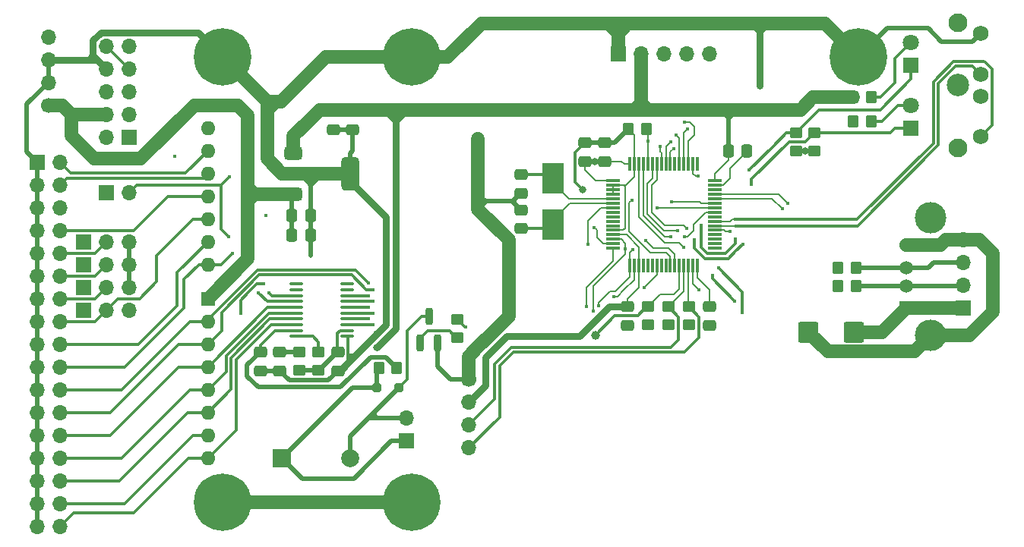
<source format=gbr>
G04 #@! TF.GenerationSoftware,KiCad,Pcbnew,9.0.2*
G04 #@! TF.CreationDate,2025-05-24T11:24:19-04:00*
G04 #@! TF.ProjectId,OpenFlops,4f70656e-466c-46f7-9073-2e6b69636164,1*
G04 #@! TF.SameCoordinates,Original*
G04 #@! TF.FileFunction,Copper,L1,Top*
G04 #@! TF.FilePolarity,Positive*
%FSLAX46Y46*%
G04 Gerber Fmt 4.6, Leading zero omitted, Abs format (unit mm)*
G04 Created by KiCad (PCBNEW 9.0.2) date 2025-05-24 11:24:19*
%MOMM*%
%LPD*%
G01*
G04 APERTURE LIST*
G04 Aperture macros list*
%AMRoundRect*
0 Rectangle with rounded corners*
0 $1 Rounding radius*
0 $2 $3 $4 $5 $6 $7 $8 $9 X,Y pos of 4 corners*
0 Add a 4 corners polygon primitive as box body*
4,1,4,$2,$3,$4,$5,$6,$7,$8,$9,$2,$3,0*
0 Add four circle primitives for the rounded corners*
1,1,$1+$1,$2,$3*
1,1,$1+$1,$4,$5*
1,1,$1+$1,$6,$7*
1,1,$1+$1,$8,$9*
0 Add four rect primitives between the rounded corners*
20,1,$1+$1,$2,$3,$4,$5,0*
20,1,$1+$1,$4,$5,$6,$7,0*
20,1,$1+$1,$6,$7,$8,$9,0*
20,1,$1+$1,$8,$9,$2,$3,0*%
G04 Aperture macros list end*
G04 #@! TA.AperFunction,ComponentPad*
%ADD10C,1.800000*%
G04 #@! TD*
G04 #@! TA.AperFunction,ComponentPad*
%ADD11R,1.800000X1.800000*%
G04 #@! TD*
G04 #@! TA.AperFunction,ComponentPad*
%ADD12R,1.700000X1.700000*%
G04 #@! TD*
G04 #@! TA.AperFunction,ComponentPad*
%ADD13O,1.700000X1.700000*%
G04 #@! TD*
G04 #@! TA.AperFunction,SMDPad,CuDef*
%ADD14RoundRect,0.250000X0.350000X0.450000X-0.350000X0.450000X-0.350000X-0.450000X0.350000X-0.450000X0*%
G04 #@! TD*
G04 #@! TA.AperFunction,ComponentPad*
%ADD15C,2.100000*%
G04 #@! TD*
G04 #@! TA.AperFunction,ComponentPad*
%ADD16C,2.500000*%
G04 #@! TD*
G04 #@! TA.AperFunction,ComponentPad*
%ADD17C,1.750000*%
G04 #@! TD*
G04 #@! TA.AperFunction,ComponentPad*
%ADD18C,0.800000*%
G04 #@! TD*
G04 #@! TA.AperFunction,ComponentPad*
%ADD19C,6.400000*%
G04 #@! TD*
G04 #@! TA.AperFunction,ComponentPad*
%ADD20C,1.700000*%
G04 #@! TD*
G04 #@! TA.AperFunction,SMDPad,CuDef*
%ADD21RoundRect,0.250000X-0.250000X-0.250000X0.250000X-0.250000X0.250000X0.250000X-0.250000X0.250000X0*%
G04 #@! TD*
G04 #@! TA.AperFunction,SMDPad,CuDef*
%ADD22RoundRect,0.250000X0.475000X-0.337500X0.475000X0.337500X-0.475000X0.337500X-0.475000X-0.337500X0*%
G04 #@! TD*
G04 #@! TA.AperFunction,SMDPad,CuDef*
%ADD23RoundRect,0.250000X-0.450000X0.350000X-0.450000X-0.350000X0.450000X-0.350000X0.450000X0.350000X0*%
G04 #@! TD*
G04 #@! TA.AperFunction,SMDPad,CuDef*
%ADD24RoundRect,0.250000X0.337500X0.475000X-0.337500X0.475000X-0.337500X-0.475000X0.337500X-0.475000X0*%
G04 #@! TD*
G04 #@! TA.AperFunction,SMDPad,CuDef*
%ADD25RoundRect,0.250000X-0.475000X0.337500X-0.475000X-0.337500X0.475000X-0.337500X0.475000X0.337500X0*%
G04 #@! TD*
G04 #@! TA.AperFunction,SMDPad,CuDef*
%ADD26RoundRect,0.250000X0.450000X-0.350000X0.450000X0.350000X-0.450000X0.350000X-0.450000X-0.350000X0*%
G04 #@! TD*
G04 #@! TA.AperFunction,SMDPad,CuDef*
%ADD27RoundRect,0.375000X-0.625000X-0.375000X0.625000X-0.375000X0.625000X0.375000X-0.625000X0.375000X0*%
G04 #@! TD*
G04 #@! TA.AperFunction,SMDPad,CuDef*
%ADD28RoundRect,0.500000X-0.500000X-1.400000X0.500000X-1.400000X0.500000X1.400000X-0.500000X1.400000X0*%
G04 #@! TD*
G04 #@! TA.AperFunction,ComponentPad*
%ADD29R,1.600000X1.600000*%
G04 #@! TD*
G04 #@! TA.AperFunction,ComponentPad*
%ADD30O,1.600000X1.600000*%
G04 #@! TD*
G04 #@! TA.AperFunction,SMDPad,CuDef*
%ADD31C,1.000000*%
G04 #@! TD*
G04 #@! TA.AperFunction,SMDPad,CuDef*
%ADD32RoundRect,0.075000X-0.700000X-0.075000X0.700000X-0.075000X0.700000X0.075000X-0.700000X0.075000X0*%
G04 #@! TD*
G04 #@! TA.AperFunction,SMDPad,CuDef*
%ADD33RoundRect,0.075000X-0.075000X-0.700000X0.075000X-0.700000X0.075000X0.700000X-0.075000X0.700000X0*%
G04 #@! TD*
G04 #@! TA.AperFunction,ComponentPad*
%ADD34R,1.524000X1.524000*%
G04 #@! TD*
G04 #@! TA.AperFunction,ComponentPad*
%ADD35C,1.524000*%
G04 #@! TD*
G04 #@! TA.AperFunction,ComponentPad*
%ADD36C,3.500000*%
G04 #@! TD*
G04 #@! TA.AperFunction,SMDPad,CuDef*
%ADD37RoundRect,0.250000X0.875000X0.925000X-0.875000X0.925000X-0.875000X-0.925000X0.875000X-0.925000X0*%
G04 #@! TD*
G04 #@! TA.AperFunction,SMDPad,CuDef*
%ADD38R,2.400000X3.500000*%
G04 #@! TD*
G04 #@! TA.AperFunction,ComponentPad*
%ADD39R,2.000000X2.000000*%
G04 #@! TD*
G04 #@! TA.AperFunction,ComponentPad*
%ADD40C,2.000000*%
G04 #@! TD*
G04 #@! TA.AperFunction,SMDPad,CuDef*
%ADD41RoundRect,0.200000X0.200000X-0.750000X0.200000X0.750000X-0.200000X0.750000X-0.200000X-0.750000X0*%
G04 #@! TD*
G04 #@! TA.AperFunction,SMDPad,CuDef*
%ADD42RoundRect,0.100000X0.637500X0.100000X-0.637500X0.100000X-0.637500X-0.100000X0.637500X-0.100000X0*%
G04 #@! TD*
G04 #@! TA.AperFunction,SMDPad,CuDef*
%ADD43RoundRect,0.250000X-0.350000X-0.450000X0.350000X-0.450000X0.350000X0.450000X-0.350000X0.450000X0*%
G04 #@! TD*
G04 #@! TA.AperFunction,ViaPad*
%ADD44C,0.800000*%
G04 #@! TD*
G04 #@! TA.AperFunction,ViaPad*
%ADD45C,0.450000*%
G04 #@! TD*
G04 #@! TA.AperFunction,Conductor*
%ADD46C,0.300000*%
G04 #@! TD*
G04 #@! TA.AperFunction,Conductor*
%ADD47C,1.500000*%
G04 #@! TD*
G04 #@! TA.AperFunction,Conductor*
%ADD48C,0.500000*%
G04 #@! TD*
G04 #@! TA.AperFunction,Conductor*
%ADD49C,0.800000*%
G04 #@! TD*
G04 #@! TA.AperFunction,Conductor*
%ADD50C,0.200000*%
G04 #@! TD*
G04 #@! TA.AperFunction,Conductor*
%ADD51C,0.250000*%
G04 #@! TD*
G04 APERTURE END LIST*
D10*
X195199000Y-59034600D03*
D11*
X195199000Y-61574600D03*
D12*
X97790000Y-72390000D03*
D13*
X100330000Y-72390000D03*
X97790000Y-74930000D03*
X100330000Y-74930000D03*
X97790000Y-77470000D03*
X100330000Y-77470000D03*
X97790000Y-80010000D03*
X100330000Y-80010000D03*
X97790000Y-82550000D03*
X100330000Y-82550000D03*
X97790000Y-85090000D03*
X100330000Y-85090000D03*
X97790000Y-87630000D03*
X100330000Y-87630000D03*
X97790000Y-90170000D03*
X100330000Y-90170000D03*
X97790000Y-92710000D03*
X100330000Y-92710000D03*
X97790000Y-95250000D03*
X100330000Y-95250000D03*
X97790000Y-97790000D03*
X100330000Y-97790000D03*
X97790000Y-100330000D03*
X100330000Y-100330000D03*
X97790000Y-102870000D03*
X100330000Y-102870000D03*
X97790000Y-105410000D03*
X100330000Y-105410000D03*
X97790000Y-107950000D03*
X100330000Y-107950000D03*
X97790000Y-110490000D03*
X100330000Y-110490000D03*
X97790000Y-113030000D03*
X100330000Y-113030000D03*
D14*
X190801500Y-65151000D03*
X188801500Y-65151000D03*
D15*
X200456800Y-56794400D03*
D16*
X200456799Y-63804400D03*
D17*
X202946799Y-58044400D03*
X202946799Y-62544401D03*
D16*
X200456800Y-63804800D03*
D15*
X200456799Y-70814800D03*
D17*
X202946799Y-65054800D03*
X202946799Y-69554801D03*
D18*
X116091000Y-60642500D03*
X116793944Y-58945444D03*
X116793944Y-62339556D03*
X118491000Y-58242500D03*
D19*
X118491000Y-60642500D03*
D18*
X118491000Y-63042500D03*
X120188056Y-58945444D03*
X120188056Y-62339556D03*
X120891000Y-60642500D03*
X137173000Y-60642500D03*
X137875944Y-58945444D03*
X137875944Y-62339556D03*
X139573000Y-58242500D03*
D19*
X139573000Y-60642500D03*
D18*
X139573000Y-63042500D03*
X141270056Y-58945444D03*
X141270056Y-62339556D03*
X141973000Y-60642500D03*
X116091000Y-110363000D03*
X116793944Y-108665944D03*
X116793944Y-112060056D03*
X118491000Y-107963000D03*
D19*
X118491000Y-110363000D03*
D18*
X118491000Y-112763000D03*
X120188056Y-108665944D03*
X120188056Y-112060056D03*
X120891000Y-110363000D03*
X137173000Y-110363000D03*
X137875944Y-108665944D03*
X137875944Y-112060056D03*
X139573000Y-107963000D03*
D19*
X139573000Y-110363000D03*
D18*
X139573000Y-112763000D03*
X141270056Y-108665944D03*
X141270056Y-112060056D03*
X141973000Y-110363000D03*
X186957000Y-60642500D03*
X187659944Y-58945444D03*
X187659944Y-62339556D03*
X189357000Y-58242500D03*
D19*
X189357000Y-60642500D03*
D18*
X189357000Y-63042500D03*
X191054056Y-58945444D03*
X191054056Y-62339556D03*
X191757000Y-60642500D03*
D11*
X195199000Y-68585000D03*
D10*
X195199000Y-66045000D03*
D14*
X190801500Y-67818000D03*
X188801500Y-67818000D03*
D12*
X162560000Y-60325000D03*
D13*
X165100000Y-60325000D03*
X167640000Y-60325000D03*
X170180000Y-60325000D03*
X172720000Y-60325000D03*
D20*
X145923000Y-96647000D03*
D13*
X145923000Y-99187000D03*
X145923000Y-101727000D03*
X145923000Y-104267000D03*
D12*
X201041000Y-88683000D03*
D13*
X201041000Y-86143000D03*
X201041000Y-83603000D03*
X201041000Y-81063000D03*
D12*
X102997000Y-81280000D03*
D13*
X105537000Y-81280000D03*
X108077000Y-81280000D03*
D12*
X102997000Y-83820000D03*
D13*
X105537000Y-83820000D03*
X108077000Y-83820000D03*
D12*
X102997000Y-86360000D03*
D13*
X105537000Y-86360000D03*
X108077000Y-86360000D03*
D12*
X102997000Y-88900000D03*
D13*
X105537000Y-88900000D03*
X108077000Y-88900000D03*
D20*
X99060000Y-66040000D03*
D13*
X99060000Y-63500000D03*
X99060000Y-60960000D03*
X99060000Y-58420000D03*
D12*
X108087000Y-69596000D03*
D13*
X105547000Y-69596000D03*
X108087000Y-67056000D03*
X105547000Y-67056000D03*
X108087000Y-64516000D03*
X105547000Y-64516000D03*
X108087000Y-61976000D03*
X105547000Y-61976000D03*
X108087000Y-59436000D03*
X105547000Y-59436000D03*
D12*
X105537000Y-75819000D03*
D13*
X108077000Y-75819000D03*
D21*
X135656001Y-97536000D03*
X138155999Y-97536000D03*
D22*
X163576000Y-90572500D03*
X163576000Y-88497500D03*
D23*
X184404000Y-69104000D03*
X184404000Y-71104000D03*
D24*
X176932500Y-71120000D03*
X174857500Y-71120000D03*
D22*
X122682000Y-95652500D03*
X122682000Y-93577500D03*
D25*
X151765000Y-73765500D03*
X151765000Y-75840500D03*
D26*
X129159000Y-95615000D03*
X129159000Y-93615000D03*
D27*
X126390000Y-71360000D03*
X126390000Y-73660000D03*
D28*
X132690000Y-73660000D03*
D27*
X126390000Y-75960000D03*
D25*
X172720000Y-88497500D03*
X172720000Y-90572500D03*
D26*
X144653000Y-91932000D03*
X144653000Y-89932000D03*
D25*
X158877000Y-70209500D03*
X158877000Y-72284500D03*
D23*
X182372000Y-69104000D03*
X182372000Y-71104000D03*
D29*
X116840000Y-87629999D03*
D30*
X116840000Y-90169999D03*
X116840000Y-92709998D03*
X116840000Y-95249999D03*
X116840000Y-97789999D03*
X116840000Y-100329999D03*
X116840000Y-102869999D03*
X116840000Y-105410000D03*
D31*
X160020000Y-91694000D03*
D32*
X161965000Y-74482000D03*
X161965000Y-74982000D03*
X161965000Y-75482000D03*
X161965000Y-75982000D03*
X161965000Y-76482000D03*
X161965000Y-76982000D03*
X161965000Y-77482000D03*
X161965000Y-77982000D03*
X161965000Y-78482000D03*
X161965000Y-78982000D03*
X161965000Y-79482000D03*
X161965000Y-79982000D03*
X161965000Y-80482000D03*
X161965000Y-80982000D03*
X161965000Y-81482000D03*
X161965000Y-81982000D03*
D33*
X163890000Y-83907000D03*
X164390000Y-83907000D03*
X164890000Y-83907000D03*
X165390000Y-83907000D03*
X165890000Y-83907000D03*
X166390000Y-83907000D03*
X166890000Y-83907000D03*
X167390000Y-83907000D03*
X167890000Y-83907000D03*
X168390000Y-83907000D03*
X168890000Y-83907000D03*
X169390000Y-83907000D03*
X169890000Y-83907000D03*
X170390000Y-83907000D03*
X170890000Y-83907000D03*
X171390000Y-83907000D03*
D32*
X173315000Y-81982000D03*
X173315000Y-81482000D03*
X173315000Y-80982000D03*
X173315000Y-80482000D03*
X173315000Y-79982000D03*
X173315000Y-79482000D03*
X173315000Y-78982000D03*
X173315000Y-78482000D03*
X173315000Y-77982000D03*
X173315000Y-77482000D03*
X173315000Y-76982000D03*
X173315000Y-76482000D03*
X173315000Y-75982000D03*
X173315000Y-75482000D03*
X173315000Y-74982000D03*
X173315000Y-74482000D03*
D33*
X171390000Y-72557000D03*
X170890000Y-72557000D03*
X170390000Y-72557000D03*
X169890000Y-72557000D03*
X169390000Y-72557000D03*
X168890000Y-72557000D03*
X168390000Y-72557000D03*
X167890000Y-72557000D03*
X167390000Y-72557000D03*
X166890000Y-72557000D03*
X166390000Y-72557000D03*
X165890000Y-72557000D03*
X165390000Y-72557000D03*
X164890000Y-72557000D03*
X164390000Y-72557000D03*
X163890000Y-72557000D03*
D14*
X189087000Y-86233000D03*
X187087000Y-86233000D03*
D22*
X151765000Y-79777500D03*
X151765000Y-77702500D03*
D34*
X194648000Y-88674800D03*
D35*
X194648000Y-86174800D03*
X194648000Y-84174799D03*
X194648000Y-81674801D03*
D36*
X197358000Y-91744800D03*
X197358000Y-78604800D03*
D37*
X188884400Y-91338400D03*
X183784400Y-91338400D03*
D26*
X168148000Y-90535000D03*
X168148000Y-88535000D03*
D24*
X128291500Y-78359000D03*
X126216500Y-78359000D03*
D29*
X116840000Y-66040000D03*
D30*
X116840000Y-68580000D03*
X116840000Y-71119999D03*
X116840000Y-73660000D03*
X116840000Y-76200000D03*
X116840000Y-78740000D03*
X116840000Y-81280000D03*
X116840000Y-83820001D03*
D38*
X155346400Y-74158799D03*
X155346400Y-79358801D03*
D22*
X132969000Y-68728500D03*
X132969000Y-66653500D03*
D39*
X125095000Y-105410000D03*
D40*
X132695000Y-105410000D03*
D41*
X140528000Y-92559000D03*
X142428000Y-92559000D03*
X141478000Y-89559000D03*
D26*
X127000000Y-95615000D03*
X127000000Y-93615000D03*
D42*
X132402500Y-91825000D03*
X132402500Y-91175000D03*
X132402500Y-90525000D03*
X132402500Y-89875000D03*
X132402500Y-89225000D03*
X132402500Y-88575000D03*
X132402500Y-87925000D03*
X132402500Y-87275000D03*
X132402500Y-86625000D03*
X132402500Y-85975000D03*
X126677500Y-85975000D03*
X126677500Y-86625000D03*
X126677500Y-87275000D03*
X126677500Y-87925000D03*
X126677500Y-88575000D03*
X126677500Y-89225000D03*
X126677500Y-89875000D03*
X126677500Y-90525000D03*
X126677500Y-91175000D03*
X126677500Y-91825000D03*
D26*
X165862000Y-90535000D03*
X165862000Y-88535000D03*
D25*
X124841000Y-93577500D03*
X124841000Y-95652500D03*
D12*
X138938000Y-103510000D03*
D13*
X138938000Y-100970000D03*
D14*
X165719000Y-68707000D03*
X163719000Y-68707000D03*
D43*
X135906000Y-95351600D03*
X137906000Y-95351600D03*
D22*
X130810000Y-68728500D03*
X130810000Y-66653500D03*
X131318000Y-95652500D03*
X131318000Y-93577500D03*
D24*
X128291500Y-80518000D03*
X126216500Y-80518000D03*
D26*
X170434000Y-90535000D03*
X170434000Y-88535000D03*
D14*
X189087000Y-84201000D03*
X187087000Y-84201000D03*
D25*
X161036000Y-70209500D03*
X161036000Y-72284500D03*
D44*
X146964400Y-76758800D03*
X158877000Y-70209500D03*
D45*
X123063000Y-85979000D03*
X113157000Y-71755000D03*
D44*
X165862000Y-90535000D03*
X158648400Y-75488800D03*
X135668238Y-91573838D03*
D45*
X119176800Y-80721200D03*
D44*
X131318000Y-95652500D03*
X129540000Y-73660000D03*
D45*
X171602400Y-86664800D03*
X119253000Y-74041000D03*
X176932500Y-71120000D03*
D44*
X163719000Y-68707000D03*
D45*
X148259801Y-91719401D03*
D44*
X163576000Y-90572500D03*
X146964400Y-69799200D03*
D45*
X123317000Y-78359000D03*
X162102800Y-87376000D03*
D44*
X150368000Y-84378800D03*
D45*
X178308000Y-63881000D03*
X120523000Y-89281000D03*
D44*
X172720000Y-90572500D03*
D45*
X169062400Y-69342000D03*
X128270000Y-82804000D03*
X159191000Y-81534000D03*
X124841000Y-93573600D03*
D44*
X126390000Y-69545200D03*
X159943800Y-72288400D03*
X131307250Y-93588250D03*
X180594000Y-66548000D03*
X157073600Y-66548000D03*
X188801500Y-67818000D03*
X163576000Y-88497500D03*
X188801500Y-65151000D03*
X170434000Y-90535000D03*
X172720000Y-88497500D03*
X168148000Y-90535000D03*
X135636000Y-93091000D03*
X122682000Y-93577500D03*
X183388000Y-71120000D03*
D45*
X163372800Y-82092800D03*
X175666400Y-80975200D03*
X159766000Y-89027000D03*
X171805600Y-79400400D03*
X177165000Y-73279000D03*
X123634500Y-86931500D03*
X122491500Y-86931500D03*
X171500800Y-73964800D03*
X164084000Y-76606400D03*
X176403000Y-89154000D03*
X173736000Y-84201000D03*
X168402000Y-70154800D03*
X168554400Y-76809600D03*
X166878000Y-77495400D03*
X165912800Y-70002400D03*
X175006000Y-80137000D03*
X165658800Y-81127600D03*
X168452800Y-80721200D03*
X135255000Y-87925000D03*
X170230800Y-79806800D03*
X134747000Y-88595200D03*
X167284400Y-70662800D03*
X135255000Y-89225000D03*
X173075600Y-85039200D03*
X135255000Y-90525000D03*
X168757600Y-70866000D03*
X175564800Y-87884000D03*
X165506400Y-86360000D03*
X134747000Y-89875000D03*
X169164000Y-80060800D03*
X134747000Y-87275000D03*
X160426400Y-88392000D03*
X177444400Y-74879200D03*
X171043600Y-81026000D03*
X176479200Y-81534000D03*
X164236400Y-82143600D03*
X169926000Y-67945000D03*
X170307000Y-68707000D03*
X119583200Y-82575400D03*
X159918400Y-79654400D03*
X169849800Y-81864200D03*
X135255000Y-86614000D03*
X169976800Y-80721200D03*
X134747000Y-85852000D03*
X187096400Y-84201000D03*
X181483000Y-76962000D03*
X187096400Y-86233000D03*
X180848000Y-77597000D03*
X159004000Y-88493600D03*
X145554700Y-90817700D03*
D46*
X193441400Y-68585000D02*
X195199000Y-68585000D01*
X192922400Y-69104000D02*
X193441400Y-68585000D01*
X184404000Y-69104000D02*
X192922400Y-69104000D01*
X193746200Y-66045000D02*
X195199000Y-66045000D01*
X191973200Y-67818000D02*
X193746200Y-66045000D01*
X190801500Y-67818000D02*
X191973200Y-67818000D01*
X195199000Y-63119000D02*
X195199000Y-61574600D01*
X191770000Y-66548000D02*
X195199000Y-63119000D01*
X184928000Y-66548000D02*
X191770000Y-66548000D01*
X182372000Y-69104000D02*
X184928000Y-66548000D01*
X193395600Y-60838000D02*
X195199000Y-59034600D01*
X193395600Y-63550800D02*
X193395600Y-60838000D01*
X191795400Y-65151000D02*
X193395600Y-63550800D01*
X190801500Y-65151000D02*
X191795400Y-65151000D01*
X204221799Y-68279801D02*
X202946799Y-69554801D01*
X204221799Y-63073938D02*
X204221799Y-68279801D01*
X204222799Y-63072938D02*
X204221799Y-63073938D01*
X204222799Y-62015864D02*
X204222799Y-63072938D01*
X203475336Y-61268401D02*
X204222799Y-62015864D01*
X203473922Y-61268401D02*
X203475336Y-61268401D01*
X203324923Y-61119402D02*
X203473922Y-61268401D01*
X197696000Y-63398768D02*
X199976366Y-61118402D01*
X202301032Y-61119402D02*
X203324923Y-61119402D01*
X197696000Y-70256768D02*
X197696000Y-63398768D01*
X199976366Y-61118402D02*
X202300032Y-61118402D01*
X189161968Y-78790800D02*
X197696000Y-70256768D01*
X175514000Y-78790800D02*
X189161968Y-78790800D01*
X202300032Y-61118402D02*
X202301032Y-61119402D01*
X175661000Y-79502000D02*
X175641000Y-79482000D01*
X198247000Y-63627000D02*
X198247000Y-70485000D01*
X198247000Y-70485000D02*
X189230000Y-79502000D01*
X202071800Y-61669402D02*
X200204598Y-61669402D01*
X189230000Y-79502000D02*
X175661000Y-79502000D01*
X202946799Y-62544401D02*
X202071800Y-61669402D01*
X200204598Y-61669402D02*
X198247000Y-63627000D01*
D47*
X125095000Y-73660000D02*
X123444000Y-72009000D01*
X147320000Y-56896000D02*
X160528000Y-56896000D01*
D48*
X197162000Y-57462000D02*
X192537500Y-57462000D01*
D46*
X118160800Y-74969000D02*
X118325000Y-74969000D01*
D49*
X178308000Y-57785000D02*
X177419000Y-56896000D01*
D50*
X163322000Y-75184000D02*
X163322000Y-75109000D01*
D46*
X118325000Y-74969000D02*
X119253000Y-74041000D01*
D50*
X173315000Y-74982000D02*
X174242800Y-74982000D01*
D47*
X143573500Y-60642500D02*
X147320000Y-56896000D01*
D46*
X118325000Y-79869400D02*
X119176800Y-80721200D01*
D49*
X178308000Y-58674000D02*
X178308000Y-57785000D01*
D50*
X161965000Y-74982000D02*
X161965000Y-75982000D01*
D47*
X160528000Y-56896000D02*
X161481000Y-56896000D01*
D50*
X174242800Y-74982000D02*
X175056800Y-74168000D01*
D47*
X163639000Y-56896000D02*
X177419000Y-56896000D01*
D46*
X158877000Y-70209500D02*
X157752000Y-71334500D01*
D47*
X202856000Y-81063000D02*
X204343000Y-82550000D01*
D46*
X108927000Y-74969000D02*
X118160800Y-74969000D01*
D49*
X132975838Y-94266238D02*
X131589576Y-95652500D01*
D46*
X121316636Y-86995000D02*
X120523000Y-87788636D01*
X132461000Y-93624400D02*
X132461000Y-94509500D01*
D48*
X202071800Y-58919399D02*
X198619399Y-58919399D01*
D46*
X132588000Y-93878400D02*
X132975838Y-94266238D01*
D50*
X175056800Y-73101200D02*
X176932500Y-71225500D01*
D47*
X195589400Y-93513400D02*
X185959400Y-93513400D01*
D48*
X125903500Y-96715000D02*
X124841000Y-95652500D01*
D47*
X124396500Y-65595500D02*
X123444000Y-66548000D01*
D50*
X164390000Y-83907000D02*
X164390000Y-85495200D01*
D47*
X129540000Y-73660000D02*
X132690000Y-73660000D01*
X185959400Y-93513400D02*
X183784400Y-91338400D01*
D49*
X103563000Y-60960000D02*
X104047000Y-60476000D01*
D50*
X161965000Y-74982000D02*
X163195000Y-74982000D01*
D49*
X104047000Y-60476000D02*
X104047000Y-58814679D01*
D50*
X163195000Y-74982000D02*
X163422400Y-74982000D01*
D47*
X201679200Y-91744800D02*
X197358000Y-91744800D01*
D48*
X151039150Y-76566350D02*
X151765000Y-75840500D01*
X150846700Y-76784200D02*
X151765000Y-77702500D01*
D49*
X104047000Y-58814679D02*
X104949679Y-57912000D01*
D48*
X128291500Y-80518000D02*
X128291500Y-82782500D01*
X122682000Y-95652500D02*
X124841000Y-95652500D01*
D50*
X176932500Y-71225500D02*
X176932500Y-71120000D01*
D46*
X157752000Y-74592400D02*
X158648400Y-75488800D01*
D48*
X142428000Y-92559000D02*
X142428000Y-95184000D01*
X128291500Y-74908500D02*
X128291500Y-73681500D01*
D47*
X148259800Y-91719401D02*
X148259801Y-91719401D01*
D50*
X164390000Y-69378000D02*
X163719000Y-68707000D01*
D46*
X132461000Y-94509500D02*
X131318000Y-95652500D01*
D47*
X204343000Y-82550000D02*
X204343000Y-89081000D01*
X148259801Y-91719401D02*
X148259801Y-91719400D01*
D48*
X143891000Y-96647000D02*
X145923000Y-96647000D01*
X128291500Y-73681500D02*
X128270000Y-73660000D01*
X99060000Y-63500000D02*
X99060000Y-60960000D01*
D49*
X99060000Y-60960000D02*
X102743000Y-60960000D01*
D48*
X128291500Y-74908500D02*
X127508000Y-74125000D01*
D47*
X185610500Y-56896000D02*
X189357000Y-60642500D01*
X148259801Y-91719400D02*
X150368000Y-89611201D01*
D46*
X118325000Y-75336400D02*
X118325000Y-79869400D01*
D50*
X163220400Y-86664800D02*
X162509200Y-87376000D01*
X164390000Y-74014400D02*
X164390000Y-72557000D01*
D48*
X128291500Y-82782500D02*
X128270000Y-82804000D01*
X132690000Y-71399000D02*
X132969000Y-71120000D01*
D47*
X146964400Y-93014800D02*
X146964401Y-93014800D01*
D50*
X164390000Y-72557000D02*
X164390000Y-69378000D01*
D49*
X135668238Y-91573838D02*
X133331438Y-93910638D01*
D47*
X126390000Y-73660000D02*
X125095000Y-73660000D01*
D48*
X150520400Y-76758800D02*
X148742400Y-76758800D01*
D47*
X150368000Y-84378800D02*
X150368000Y-81076800D01*
D49*
X102743000Y-60960000D02*
X104531000Y-60960000D01*
D50*
X163322000Y-79756000D02*
X163322000Y-75184000D01*
D47*
X129984500Y-60642500D02*
X139573000Y-60642500D01*
X125031500Y-65595500D02*
X129984500Y-60642500D01*
X127508000Y-73660000D02*
X128270000Y-73660000D01*
D49*
X102743000Y-60960000D02*
X103563000Y-60960000D01*
D47*
X199099000Y-81063000D02*
X201041000Y-81063000D01*
D48*
X97790000Y-72390000D02*
X96647000Y-71247000D01*
D47*
X150368000Y-89611201D02*
X150368000Y-84378800D01*
X194648000Y-81674801D02*
X198487199Y-81674801D01*
D46*
X157752000Y-71334500D02*
X157752000Y-74592400D01*
D48*
X150846700Y-76758800D02*
X150846700Y-76784200D01*
D47*
X146964400Y-76758800D02*
X146964400Y-75946000D01*
D48*
X148742400Y-76758800D02*
X147878800Y-76758800D01*
D49*
X133331438Y-93910638D02*
X132975838Y-94266238D01*
D48*
X192537500Y-57462000D02*
X189357000Y-60642500D01*
X151039150Y-76976650D02*
X151039150Y-76566350D01*
D49*
X136702800Y-90539276D02*
X135668238Y-91573838D01*
D50*
X163422400Y-74982000D02*
X164390000Y-74014400D01*
D46*
X132461000Y-91883500D02*
X132461000Y-93624400D01*
D48*
X130255500Y-96715000D02*
X125903500Y-96715000D01*
X158877000Y-70209500D02*
X161036000Y-70209500D01*
D47*
X145923000Y-96647000D02*
X145923000Y-94056200D01*
D48*
X127508000Y-74125000D02*
X127508000Y-73660000D01*
D46*
X120523000Y-87788636D02*
X120523000Y-89281000D01*
D48*
X202946799Y-58044400D02*
X202071800Y-58919399D01*
D50*
X175056800Y-74168000D02*
X175056800Y-73101200D01*
X163096000Y-79982000D02*
X163322000Y-79756000D01*
D48*
X128291500Y-80518000D02*
X128291500Y-78359000D01*
D50*
X163322000Y-75082400D02*
X163422400Y-74982000D01*
D47*
X162560000Y-60325000D02*
X162560000Y-57975000D01*
X125031500Y-65595500D02*
X124396500Y-65595500D01*
D50*
X170890000Y-83907000D02*
X170890000Y-85952400D01*
X170890000Y-85952400D02*
X171602400Y-86664800D01*
D48*
X148742400Y-76758800D02*
X147777200Y-76758800D01*
D49*
X178308000Y-63881000D02*
X178308000Y-58674000D01*
D47*
X160528000Y-56896000D02*
X163639000Y-56896000D01*
X146964401Y-93014800D02*
X148259800Y-91719401D01*
D48*
X150846700Y-76758800D02*
X151039150Y-76566350D01*
D47*
X128270000Y-73660000D02*
X129540000Y-73660000D01*
D48*
X132690000Y-73660000D02*
X132690000Y-71399000D01*
D47*
X198487199Y-81674801D02*
X199099000Y-81063000D01*
D48*
X162216500Y-70209500D02*
X163719000Y-68707000D01*
X147777200Y-76758800D02*
X146964400Y-75946000D01*
X147878800Y-76758800D02*
X146964400Y-77673200D01*
D46*
X118325000Y-74969000D02*
X118325000Y-75336400D01*
D49*
X104531000Y-60960000D02*
X105547000Y-61976000D01*
D47*
X123444000Y-65595500D02*
X118491000Y-60642500D01*
D49*
X136702800Y-78536800D02*
X136702800Y-90539276D01*
D48*
X198619399Y-58919399D02*
X197162000Y-57462000D01*
D46*
X123063000Y-85979000D02*
X122332636Y-85979000D01*
D47*
X146964400Y-75946000D02*
X146964400Y-69799200D01*
D48*
X128291500Y-74908500D02*
X129540000Y-73660000D01*
D47*
X126390000Y-73660000D02*
X127508000Y-73660000D01*
X123444000Y-72009000D02*
X123444000Y-66548000D01*
X197358000Y-91744800D02*
X195589400Y-93513400D01*
D49*
X115760500Y-57912000D02*
X118491000Y-60642500D01*
D50*
X163322000Y-75109000D02*
X163195000Y-74982000D01*
D48*
X128291500Y-78359000D02*
X128291500Y-74908500D01*
X97790000Y-72390000D02*
X97790000Y-113030000D01*
X132969000Y-71120000D02*
X132969000Y-68728500D01*
D46*
X132402500Y-91825000D02*
X132461000Y-91883500D01*
D50*
X162509200Y-87376000D02*
X162102800Y-87376000D01*
D46*
X118325000Y-75133200D02*
X118160800Y-74969000D01*
D49*
X132690000Y-74524000D02*
X136702800Y-78536800D01*
D46*
X132461000Y-93624400D02*
X132461000Y-93751400D01*
X122332636Y-85979000D02*
X121316636Y-86995000D01*
D48*
X142428000Y-95184000D02*
X143891000Y-96647000D01*
X96647000Y-65913000D02*
X99060000Y-63500000D01*
D50*
X161965000Y-79982000D02*
X163096000Y-79982000D01*
X169390000Y-72557000D02*
X169390000Y-69669600D01*
D48*
X161036000Y-70209500D02*
X162216500Y-70209500D01*
D47*
X139573000Y-60642500D02*
X143573500Y-60642500D01*
D49*
X104531000Y-60960000D02*
X104047000Y-60476000D01*
D50*
X164390000Y-85495200D02*
X163220400Y-86664800D01*
D47*
X201041000Y-81063000D02*
X202856000Y-81063000D01*
X118491000Y-110363000D02*
X139573000Y-110363000D01*
X162560000Y-57975000D02*
X163639000Y-56896000D01*
D50*
X169390000Y-69669600D02*
X169062400Y-69342000D01*
X163322000Y-75184000D02*
X163322000Y-75082400D01*
D48*
X151765000Y-77702500D02*
X151039150Y-76976650D01*
D49*
X104949679Y-57912000D02*
X115760500Y-57912000D01*
D47*
X123444000Y-65595500D02*
X125031500Y-65595500D01*
X150368000Y-81076800D02*
X146964400Y-77673200D01*
X177419000Y-56896000D02*
X179197000Y-56896000D01*
X145923000Y-94056200D02*
X146964400Y-93014800D01*
D48*
X150520400Y-76758800D02*
X150846700Y-76758800D01*
D47*
X179197000Y-56896000D02*
X185610500Y-56896000D01*
D49*
X131589576Y-95652500D02*
X131318000Y-95652500D01*
X178308000Y-57785000D02*
X179197000Y-56896000D01*
D46*
X132620238Y-93910638D02*
X133331438Y-93910638D01*
X108077000Y-75819000D02*
X108927000Y-74969000D01*
D47*
X204343000Y-89081000D02*
X201679200Y-91744800D01*
D48*
X96647000Y-71247000D02*
X96647000Y-65913000D01*
D47*
X146964400Y-77673200D02*
X146964400Y-76758800D01*
D46*
X132461000Y-93751400D02*
X132588000Y-93878400D01*
X132588000Y-93878400D02*
X132620238Y-93910638D01*
D47*
X161481000Y-56896000D02*
X162560000Y-57975000D01*
D48*
X131318000Y-95652500D02*
X130255500Y-96715000D01*
D47*
X123444000Y-66548000D02*
X123444000Y-65595500D01*
D46*
X118325000Y-75336400D02*
X118325000Y-75133200D01*
D48*
X130810000Y-68728500D02*
X132969000Y-68728500D01*
D49*
X132690000Y-73660000D02*
X132690000Y-74524000D01*
D50*
X159191000Y-81534000D02*
X159191000Y-78908600D01*
D48*
X126962500Y-93577500D02*
X127000000Y-93615000D01*
D50*
X159191000Y-78908600D02*
X160617600Y-77482000D01*
D48*
X124841000Y-93577500D02*
X126962500Y-93577500D01*
D50*
X160617600Y-77482000D02*
X161965000Y-77482000D01*
D48*
X174857500Y-67415500D02*
X173990000Y-66548000D01*
D47*
X182880000Y-66548000D02*
X184277000Y-65151000D01*
D50*
X162962500Y-72284500D02*
X161036000Y-72284500D01*
D47*
X165100000Y-65786000D02*
X164338000Y-66548000D01*
D50*
X158877000Y-73279000D02*
X158877000Y-72284500D01*
X171390000Y-83907000D02*
X171390000Y-85284000D01*
D47*
X180594000Y-66548000D02*
X182880000Y-66548000D01*
D49*
X137795000Y-68732400D02*
X137795000Y-67792600D01*
D47*
X126390000Y-71360000D02*
X126390000Y-69545200D01*
D49*
X158267400Y-91795600D02*
X161565500Y-88497500D01*
X137795000Y-69138800D02*
X137795000Y-68732400D01*
X147777200Y-94181899D02*
X150163499Y-91795600D01*
D47*
X137160000Y-66548000D02*
X139039600Y-66548000D01*
D50*
X160080000Y-74482000D02*
X158877000Y-73279000D01*
X163576000Y-88497500D02*
X163576000Y-87680800D01*
D46*
X131318000Y-93577500D02*
X131265000Y-93524500D01*
D50*
X174857500Y-71120000D02*
X174857500Y-72157500D01*
D48*
X174857500Y-68072000D02*
X174857500Y-67458500D01*
D50*
X163489200Y-80482000D02*
X161965000Y-80482000D01*
D47*
X126390000Y-69444000D02*
X128016000Y-67818000D01*
D48*
X127000000Y-95615000D02*
X129159000Y-95615000D01*
D50*
X173355000Y-74442000D02*
X173315000Y-74482000D01*
D47*
X128016000Y-67818000D02*
X129286000Y-66548000D01*
D50*
X164890000Y-83907000D02*
X164890000Y-81882800D01*
D49*
X137795000Y-69138800D02*
X137795000Y-90932000D01*
X137795000Y-67792600D02*
X139039600Y-66548000D01*
X145923000Y-99187000D02*
X147777200Y-97332800D01*
X137795000Y-67183000D02*
X137795000Y-69138800D01*
D50*
X164890000Y-86366800D02*
X164890000Y-83907000D01*
D47*
X139039600Y-66548000D02*
X164338000Y-66548000D01*
X184277000Y-65151000D02*
X188801500Y-65151000D01*
D50*
X171390000Y-85284000D02*
X172720000Y-86614000D01*
D48*
X158877000Y-72284500D02*
X161036000Y-72284500D01*
D47*
X129286000Y-66548000D02*
X136550400Y-66548000D01*
D46*
X105547000Y-59436000D02*
X108087000Y-61976000D01*
X131265000Y-91493000D02*
X131583000Y-91175000D01*
D49*
X137795000Y-90932000D02*
X135636000Y-93091000D01*
D47*
X164338000Y-66548000D02*
X165862000Y-66548000D01*
D48*
X174857500Y-68072000D02*
X174857500Y-67415500D01*
D46*
X131265000Y-93524500D02*
X131265000Y-91493000D01*
D48*
X174857500Y-67458500D02*
X175768000Y-66548000D01*
D47*
X165100000Y-64770000D02*
X165100000Y-65786000D01*
D50*
X163890000Y-72557000D02*
X163235000Y-72557000D01*
X173355000Y-73660000D02*
X173355000Y-74442000D01*
D47*
X175768000Y-66548000D02*
X180594000Y-66548000D01*
X165862000Y-66548000D02*
X173990000Y-66548000D01*
D49*
X147777200Y-97332800D02*
X147777200Y-94181899D01*
D48*
X129280500Y-95615000D02*
X131307250Y-93588250D01*
D47*
X126390000Y-69545200D02*
X126390000Y-69444000D01*
D48*
X129159000Y-95615000D02*
X129280500Y-95615000D01*
D47*
X165100000Y-65786000D02*
X165862000Y-66548000D01*
D50*
X174857500Y-72157500D02*
X173355000Y-73660000D01*
X163576000Y-87680800D02*
X164890000Y-86366800D01*
D49*
X161565500Y-88497500D02*
X163576000Y-88497500D01*
D50*
X172720000Y-86614000D02*
X172720000Y-88497500D01*
X164890000Y-81882800D02*
X163489200Y-80482000D01*
D48*
X174857500Y-71120000D02*
X174857500Y-68072000D01*
D49*
X150163499Y-91795600D02*
X158267400Y-91795600D01*
D47*
X136550400Y-66548000D02*
X137160000Y-66548000D01*
D50*
X163235000Y-72557000D02*
X162962500Y-72284500D01*
D47*
X173990000Y-66548000D02*
X175768000Y-66548000D01*
D48*
X131307250Y-93588250D02*
X131318000Y-93577500D01*
D47*
X165100000Y-60325000D02*
X165100000Y-64770000D01*
D50*
X161965000Y-74482000D02*
X160080000Y-74482000D01*
D46*
X131583000Y-91175000D02*
X132402500Y-91175000D01*
D49*
X137795000Y-67792600D02*
X136550400Y-66548000D01*
D47*
X121285000Y-76708000D02*
X121285000Y-83184999D01*
D48*
X121208800Y-96291400D02*
X121208800Y-95050700D01*
D47*
X120142000Y-66040000D02*
X121285000Y-67183000D01*
X101600000Y-69469000D02*
X104140000Y-72009000D01*
D48*
X122428000Y-97510600D02*
X121208800Y-96291400D01*
D47*
X116840000Y-66040000D02*
X120142000Y-66040000D01*
D46*
X124344000Y-91175000D02*
X126677500Y-91175000D01*
D47*
X188884400Y-91338400D02*
X191984400Y-91338400D01*
X122033000Y-75960000D02*
X121285000Y-76708000D01*
X201032800Y-88674800D02*
X201041000Y-88683000D01*
X100584000Y-66040000D02*
X101600000Y-67056000D01*
X121285000Y-83184999D02*
X116840000Y-87629999D01*
X104140000Y-72009000D02*
X109347000Y-72009000D01*
D48*
X121208800Y-95050700D02*
X122682000Y-93577500D01*
X126216500Y-80518000D02*
X126216500Y-78359000D01*
X137906000Y-95351600D02*
X136706000Y-94151600D01*
D47*
X99060000Y-66040000D02*
X100584000Y-66040000D01*
D46*
X122682000Y-92837000D02*
X124344000Y-91175000D01*
D47*
X191984400Y-91338400D02*
X194648000Y-88674800D01*
D46*
X122682000Y-93577500D02*
X122682000Y-92837000D01*
D47*
X194648000Y-88674800D02*
X201032800Y-88674800D01*
D48*
X126216500Y-76133500D02*
X126390000Y-75960000D01*
D47*
X109347000Y-72009000D02*
X115316000Y-66040000D01*
D48*
X182372000Y-71104000D02*
X184404000Y-71104000D01*
D47*
X121285000Y-67183000D02*
X121285000Y-75184000D01*
D48*
X134956400Y-94151600D02*
X131597400Y-97510600D01*
X131597400Y-97510600D02*
X122428000Y-97510600D01*
D47*
X121285000Y-75184000D02*
X121285000Y-76708000D01*
X122061000Y-75960000D02*
X122033000Y-75960000D01*
X101600000Y-67056000D02*
X105547000Y-67056000D01*
X122061000Y-75960000D02*
X121285000Y-75184000D01*
X126390000Y-75960000D02*
X122061000Y-75960000D01*
X115316000Y-66040000D02*
X116840000Y-66040000D01*
D48*
X126216500Y-78359000D02*
X126216500Y-76133500D01*
X136706000Y-94151600D02*
X134956400Y-94151600D01*
D47*
X101600000Y-67056000D02*
X101600000Y-69469000D01*
D46*
X169291000Y-89678000D02*
X168148000Y-88535000D01*
X150648183Y-93049000D02*
X168444000Y-93049000D01*
X148802000Y-94895182D02*
X149124183Y-94573000D01*
X149124183Y-94573000D02*
X150648183Y-93049000D01*
D50*
X169890000Y-83907000D02*
X169890000Y-86793000D01*
D46*
X169291000Y-92202000D02*
X169291000Y-89678000D01*
X168444000Y-93049000D02*
X169291000Y-92202000D01*
X148802000Y-98848000D02*
X148802000Y-94895182D01*
D50*
X169890000Y-86793000D02*
X168148000Y-88535000D01*
D46*
X145923000Y-101727000D02*
X148802000Y-98848000D01*
X150876000Y-93599000D02*
X169926000Y-93599000D01*
D50*
X170390000Y-88491000D02*
X170434000Y-88535000D01*
D46*
X169926000Y-93599000D02*
X171577000Y-91948000D01*
X171577000Y-89678000D02*
X170434000Y-88535000D01*
D50*
X170390000Y-83907000D02*
X170390000Y-88491000D01*
D46*
X171577000Y-91948000D02*
X171577000Y-89678000D01*
X149352000Y-95123000D02*
X150876000Y-93599000D01*
X149352000Y-100838000D02*
X149352000Y-95123000D01*
X145923000Y-104267000D02*
X149352000Y-100838000D01*
D50*
X159766000Y-86234396D02*
X159766000Y-89027000D01*
D46*
X174548800Y-82600800D02*
X175666400Y-81483200D01*
X172484970Y-82600800D02*
X174548800Y-82600800D01*
X175666400Y-81483200D02*
X175666400Y-80975200D01*
D50*
X163372800Y-81457800D02*
X163372800Y-82092800D01*
X163372800Y-82092800D02*
X163372800Y-82627596D01*
X162897000Y-80982000D02*
X163372800Y-81457800D01*
D46*
X171805600Y-81921430D02*
X172484970Y-82600800D01*
D50*
X163372800Y-82627596D02*
X159766000Y-86234396D01*
D46*
X181340000Y-69104000D02*
X179832000Y-70612000D01*
X171805600Y-79400400D02*
X171805600Y-81921430D01*
D50*
X161965000Y-80982000D02*
X162897000Y-80982000D01*
D46*
X179832000Y-70612000D02*
X177165000Y-73279000D01*
X182372000Y-69104000D02*
X181340000Y-69104000D01*
X101558000Y-73618000D02*
X114341999Y-73618000D01*
X100330000Y-72390000D02*
X101558000Y-73618000D01*
X126677500Y-87275000D02*
X123978000Y-87275000D01*
X123978000Y-87275000D02*
X123634500Y-86931500D01*
X114341999Y-73618000D02*
X116840000Y-71119999D01*
X101092000Y-74168000D02*
X116332000Y-74168000D01*
X116332000Y-74168000D02*
X116840000Y-73660000D01*
X100330000Y-74930000D02*
X101092000Y-74168000D01*
X108585000Y-80010000D02*
X112395000Y-76200000D01*
X112395000Y-76200000D02*
X116840000Y-76200000D01*
X123485000Y-87925000D02*
X122491500Y-86931500D01*
X126677500Y-87925000D02*
X123485000Y-87925000D01*
X100330000Y-80010000D02*
X108585000Y-80010000D01*
X100330000Y-82550000D02*
X104267000Y-82550000D01*
X104267000Y-82550000D02*
X105537000Y-81280000D01*
X100330000Y-85090000D02*
X104267000Y-85090000D01*
X104267000Y-85090000D02*
X105537000Y-83820000D01*
X104267000Y-90170000D02*
X105537000Y-88900000D01*
D50*
X170890000Y-72557000D02*
X170890000Y-73658800D01*
D46*
X106807000Y-87630000D02*
X109220000Y-87630000D01*
X111125000Y-85725000D02*
X111125000Y-82804000D01*
X111125000Y-82804000D02*
X115189000Y-78740000D01*
X115189000Y-78740000D02*
X116840000Y-78740000D01*
X100330000Y-90170000D02*
X104267000Y-90170000D01*
D50*
X170890000Y-73658800D02*
X171196000Y-73964800D01*
X171196000Y-73964800D02*
X171500800Y-73964800D01*
D46*
X109220000Y-87630000D02*
X111125000Y-85725000D01*
X105537000Y-88900000D02*
X106807000Y-87630000D01*
D50*
X163779200Y-80111600D02*
X166116000Y-82448400D01*
D46*
X109093000Y-92710000D02*
X113411000Y-88392000D01*
X113411000Y-88392000D02*
X113411000Y-84709000D01*
D50*
X163779200Y-76911200D02*
X163779200Y-80111600D01*
X166116000Y-82448400D02*
X167944800Y-82448400D01*
X167944800Y-82448400D02*
X168390000Y-82893600D01*
X168390000Y-82893600D02*
X168390000Y-83907000D01*
D46*
X100330000Y-92710000D02*
X109093000Y-92710000D01*
D50*
X164084000Y-76606400D02*
X163779200Y-76911200D01*
D46*
X113411000Y-84709000D02*
X116840000Y-81280000D01*
X116840000Y-97789999D02*
X118872000Y-95757999D01*
X107188000Y-105410000D02*
X114808001Y-97789999D01*
X100330000Y-105410000D02*
X107188000Y-105410000D01*
X118872000Y-95757999D02*
X118872000Y-93995817D01*
X114808001Y-97789999D02*
X116840000Y-97789999D01*
X123642817Y-89225000D02*
X126677500Y-89225000D01*
X118872000Y-93995817D02*
X123642817Y-89225000D01*
X106934000Y-107950000D02*
X114554001Y-100329999D01*
X119422000Y-97747999D02*
X119422000Y-94223635D01*
X123770635Y-89875000D02*
X126677500Y-89875000D01*
X119422000Y-94223635D02*
X123770635Y-89875000D01*
X114554001Y-100329999D02*
X116840000Y-100329999D01*
X116840000Y-100329999D02*
X119422000Y-97747999D01*
X100330000Y-107950000D02*
X106934000Y-107950000D01*
X100330000Y-110490000D02*
X107569000Y-110490000D01*
D50*
X167890000Y-70666800D02*
X168402000Y-70154800D01*
X167890000Y-72557000D02*
X167890000Y-71424800D01*
D46*
X176403000Y-86868000D02*
X176403000Y-89154000D01*
X107569000Y-110490000D02*
X115189001Y-102869999D01*
D50*
X167890000Y-71424800D02*
X167890000Y-71251000D01*
X167890000Y-71424800D02*
X167890000Y-70666800D01*
D46*
X173736000Y-84201000D02*
X176403000Y-86868000D01*
X115189001Y-102869999D02*
X116840000Y-102869999D01*
X119972000Y-102278000D02*
X119972000Y-94451453D01*
X108585000Y-111506000D02*
X114681000Y-105410000D01*
X101854000Y-111506000D02*
X108585000Y-111506000D01*
X119972000Y-94451453D02*
X123898453Y-90525000D01*
X100330000Y-113030000D02*
X101854000Y-111506000D01*
X114681000Y-105410000D02*
X116840000Y-105410000D01*
X123898453Y-90525000D02*
X126677500Y-90525000D01*
X116840000Y-105410000D02*
X119972000Y-102278000D01*
D50*
X173315000Y-76982000D02*
X171851000Y-76982000D01*
X171851000Y-76982000D02*
X171678600Y-76809600D01*
X171678600Y-76809600D02*
X168554400Y-76809600D01*
X166891400Y-77482000D02*
X166878000Y-77495400D01*
X173315000Y-77482000D02*
X166891400Y-77482000D01*
X165890000Y-68878000D02*
X165719000Y-68707000D01*
X165890000Y-72557000D02*
X165890000Y-68878000D01*
X174498000Y-80137000D02*
X175006000Y-80137000D01*
X173315000Y-79982000D02*
X174343000Y-79982000D01*
X174343000Y-79982000D02*
X174498000Y-80137000D01*
X168890000Y-82682400D02*
X168402000Y-82194400D01*
X165658800Y-81127600D02*
X166471600Y-81940400D01*
X168402000Y-82194400D02*
X168148000Y-81940400D01*
X168148000Y-81940400D02*
X166878000Y-81940400D01*
X168890000Y-83907000D02*
X168890000Y-82682400D01*
X166471600Y-81940400D02*
X166878000Y-81940400D01*
D46*
X133906128Y-87925000D02*
X135255000Y-87925000D01*
D50*
X167741600Y-80721200D02*
X168452800Y-80721200D01*
X165390000Y-72557000D02*
X165390000Y-78369600D01*
X165390000Y-78369600D02*
X167741600Y-80721200D01*
D46*
X132402500Y-87925000D02*
X133906128Y-87925000D01*
D50*
X166890000Y-74371200D02*
X166890000Y-72557000D01*
X167742996Y-79449804D02*
X166290000Y-77996808D01*
X166290000Y-77996808D02*
X166290000Y-74971200D01*
X170230800Y-79806800D02*
X169873804Y-79449804D01*
D46*
X134013746Y-88595200D02*
X134747000Y-88595200D01*
D50*
X169873804Y-79449804D02*
X167742996Y-79449804D01*
D46*
X132422700Y-88595200D02*
X134013746Y-88595200D01*
X132402500Y-88575000D02*
X132422700Y-88595200D01*
D50*
X166290000Y-74971200D02*
X166890000Y-74371200D01*
X167390000Y-72557000D02*
X167390000Y-71327200D01*
X167390000Y-71327200D02*
X167284400Y-71221600D01*
X167284400Y-71221600D02*
X167284400Y-70662800D01*
D46*
X134161764Y-89225000D02*
X135255000Y-89225000D01*
X132402500Y-89225000D02*
X134161764Y-89225000D01*
X175564800Y-87884000D02*
X173075600Y-85394800D01*
D50*
X168390000Y-71233600D02*
X168757600Y-70866000D01*
D46*
X132402500Y-90525000D02*
X135255000Y-90525000D01*
D50*
X168390000Y-72557000D02*
X168390000Y-71233600D01*
D46*
X173075600Y-85394800D02*
X173075600Y-85039200D01*
X134289582Y-89875000D02*
X134747000Y-89875000D01*
D50*
X166890000Y-84976400D02*
X165506400Y-86360000D01*
X166890000Y-83907000D02*
X166890000Y-84976400D01*
D46*
X132402500Y-89875000D02*
X134289582Y-89875000D01*
D50*
X169164000Y-80060800D02*
X167717596Y-80060800D01*
X165840000Y-74768800D02*
X166390000Y-74218800D01*
D46*
X133778310Y-87275000D02*
X134747000Y-87275000D01*
D50*
X167717596Y-80060800D02*
X165840000Y-78183204D01*
X165840000Y-78183204D02*
X165840000Y-74768800D01*
D46*
X132402500Y-87275000D02*
X133778310Y-87275000D01*
D50*
X166390000Y-74218800D02*
X166390000Y-72557000D01*
D46*
X175666400Y-82346800D02*
X176479200Y-81534000D01*
X171043600Y-81937248D02*
X172257152Y-83150800D01*
D50*
X163890000Y-82490000D02*
X164236400Y-82143600D01*
D46*
X171043600Y-81026000D02*
X171043600Y-81937248D01*
D50*
X163890000Y-83907000D02*
X163890000Y-82490000D01*
D46*
X174862400Y-83150800D02*
X175666400Y-82346800D01*
X184404000Y-69104000D02*
X183404000Y-70104000D01*
D48*
X108077000Y-81280000D02*
X108077000Y-86360000D01*
D50*
X162280600Y-86766400D02*
X161696400Y-86766400D01*
X163890000Y-83907000D02*
X163890000Y-85157000D01*
D46*
X174447200Y-83150800D02*
X174862400Y-83150800D01*
D50*
X160426400Y-88036400D02*
X160426400Y-88392000D01*
D46*
X183404000Y-70104000D02*
X181610000Y-70104000D01*
X177444400Y-74269600D02*
X177444400Y-74879200D01*
X181610000Y-70104000D02*
X177444400Y-74269600D01*
D50*
X161696400Y-86766400D02*
X160426400Y-88036400D01*
D46*
X172257152Y-83150800D02*
X174447200Y-83150800D01*
D50*
X163890000Y-85157000D02*
X162280600Y-86766400D01*
X170688000Y-68072000D02*
X170561000Y-67945000D01*
X170815000Y-69596000D02*
X171069000Y-69342000D01*
X170561000Y-67945000D02*
X169926000Y-67945000D01*
X171069000Y-68453000D02*
X170688000Y-68072000D01*
X170390000Y-70021000D02*
X170815000Y-69596000D01*
X171069000Y-68580000D02*
X171069000Y-68453000D01*
X171069000Y-69342000D02*
X171069000Y-68580000D01*
X170390000Y-72557000D02*
X170390000Y-70021000D01*
X169890000Y-69124000D02*
X170307000Y-68707000D01*
X169890000Y-72557000D02*
X169890000Y-69124000D01*
D46*
X104267000Y-87630000D02*
X105537000Y-86360000D01*
X100330000Y-87630000D02*
X104267000Y-87630000D01*
D48*
X189087000Y-84201000D02*
X194621799Y-84201000D01*
X194621799Y-84201000D02*
X194648000Y-84174799D01*
X197702000Y-83603000D02*
X201041000Y-83603000D01*
X197130201Y-84174799D02*
X197702000Y-83603000D01*
X194648000Y-84174799D02*
X197130201Y-84174799D01*
X194648000Y-86174800D02*
X201009200Y-86174800D01*
X201009200Y-86174800D02*
X201041000Y-86143000D01*
X189087000Y-86233000D02*
X194589800Y-86233000D01*
D51*
X201001000Y-86183000D02*
X201041000Y-86143000D01*
D48*
X194589800Y-86233000D02*
X194648000Y-86174800D01*
D50*
X161965000Y-76482000D02*
X157101600Y-76482000D01*
D46*
X151765000Y-73765500D02*
X154953101Y-73765500D01*
D50*
X155346400Y-74726800D02*
X155346400Y-74158799D01*
X157101600Y-76482000D02*
X155346400Y-74726800D01*
D46*
X154953101Y-73765500D02*
X155346400Y-74158799D01*
X154927701Y-79777500D02*
X155346400Y-79358801D01*
D50*
X161965000Y-76982000D02*
X157206000Y-76982000D01*
X155346400Y-78841600D02*
X155346400Y-79358801D01*
D46*
X151765000Y-79777500D02*
X154927701Y-79777500D01*
D50*
X157206000Y-76982000D02*
X155346400Y-78841600D01*
D48*
X132695000Y-102996999D02*
X134800499Y-100891499D01*
X134800499Y-100891499D02*
X134879000Y-100970000D01*
X134800499Y-100891499D02*
X135562499Y-100129499D01*
D46*
X139065000Y-91186000D02*
X140692000Y-89559000D01*
X138155999Y-97536000D02*
X139065000Y-96626999D01*
D48*
X135382000Y-100970000D02*
X135382000Y-100711000D01*
X135641000Y-100970000D02*
X135382000Y-100711000D01*
X132695000Y-105410000D02*
X132695000Y-102996999D01*
X135382000Y-100309998D02*
X135562499Y-100129499D01*
X135382000Y-100711000D02*
X135382000Y-100309998D01*
D46*
X139065000Y-96626999D02*
X139065000Y-91186000D01*
D48*
X134879000Y-100970000D02*
X135382000Y-100970000D01*
X136144000Y-100970000D02*
X135641000Y-100970000D01*
D46*
X140692000Y-89559000D02*
X141478000Y-89559000D01*
D48*
X136144000Y-100970000D02*
X138938000Y-100970000D01*
X135382000Y-100970000D02*
X136144000Y-100970000D01*
X135562499Y-100129499D02*
X138155999Y-97536000D01*
X135656001Y-97536000D02*
X132969000Y-97536000D01*
X137282000Y-103510000D02*
X138938000Y-103510000D01*
X127381000Y-107696000D02*
X133096000Y-107696000D01*
X132969000Y-97536000D02*
X125095000Y-105410000D01*
X135656001Y-95601599D02*
X135906000Y-95351600D01*
X125095000Y-105410000D02*
X127381000Y-107696000D01*
X135656001Y-97536000D02*
X135656001Y-95601599D01*
X133096000Y-107696000D02*
X137282000Y-103510000D01*
D46*
X114173000Y-85471000D02*
X115823999Y-83820001D01*
X100330000Y-95250000D02*
X107569000Y-95250000D01*
D50*
X160248600Y-79984600D02*
X159918400Y-79654400D01*
X160248600Y-80797400D02*
X160248600Y-79984600D01*
X160933200Y-81482000D02*
X160324800Y-80873600D01*
D46*
X116840000Y-83820001D02*
X118338599Y-83820001D01*
X107569000Y-95250000D02*
X114173000Y-88646000D01*
X115823999Y-83820001D02*
X116840000Y-83820001D01*
X118338599Y-83820001D02*
X119583200Y-82575400D01*
D50*
X160324800Y-80873600D02*
X160248600Y-80797400D01*
X161965000Y-81482000D02*
X160933200Y-81482000D01*
D46*
X114173000Y-88646000D02*
X114173000Y-85471000D01*
D50*
X167741600Y-81381600D02*
X169062400Y-81381600D01*
X164890000Y-72557000D02*
X164890000Y-78530000D01*
X164890000Y-78530000D02*
X166319200Y-79959200D01*
X169367200Y-81381600D02*
X169849800Y-81864200D01*
D46*
X122570818Y-84963000D02*
X132842000Y-84963000D01*
X105918000Y-100330000D02*
X113538002Y-92709998D01*
X113538002Y-92709998D02*
X116840000Y-92709998D01*
X116840000Y-92709998D02*
X118364000Y-91185998D01*
X100330000Y-100330000D02*
X105918000Y-100330000D01*
D50*
X169062400Y-81381600D02*
X169367200Y-81381600D01*
D46*
X132842000Y-84963000D02*
X134493000Y-86614000D01*
D50*
X166319200Y-79959200D02*
X167741600Y-81381600D01*
D46*
X118364000Y-91185998D02*
X118364000Y-89169818D01*
X134493000Y-86614000D02*
X135255000Y-86614000D01*
X118364000Y-89169818D02*
X122570818Y-84963000D01*
D50*
X173315000Y-77982000D02*
X172333604Y-77982000D01*
D46*
X133323818Y-84413000D02*
X134747000Y-85836182D01*
X134747000Y-85836182D02*
X134747000Y-85852000D01*
D50*
X170950000Y-80052800D02*
X170281600Y-80721200D01*
D46*
X114808001Y-90169999D02*
X116840000Y-90169999D01*
X116840000Y-89916000D02*
X122343000Y-84413000D01*
D50*
X170950000Y-79365604D02*
X170950000Y-80052800D01*
D46*
X122343000Y-84413000D02*
X133323818Y-84413000D01*
D50*
X172333604Y-77982000D02*
X171081002Y-79234602D01*
D46*
X116840000Y-90169999D02*
X116840000Y-89916000D01*
X100330000Y-97790000D02*
X107188000Y-97790000D01*
D50*
X170281600Y-80721200D02*
X169976800Y-80721200D01*
D46*
X107188000Y-97790000D02*
X114808001Y-90169999D01*
D50*
X171081002Y-79234602D02*
X170950000Y-79365604D01*
D46*
X116840000Y-95249999D02*
X123316999Y-88773000D01*
X113538001Y-95249999D02*
X116840000Y-95249999D01*
X105918000Y-102870000D02*
X113538001Y-95249999D01*
X123317000Y-88773000D02*
X123515000Y-88575000D01*
X123515000Y-88575000D02*
X126677500Y-88575000D01*
X123316999Y-88773000D02*
X123317000Y-88773000D01*
X100330000Y-102870000D02*
X105918000Y-102870000D01*
X143764000Y-91186000D02*
X144510000Y-91932000D01*
X141351000Y-91186000D02*
X143764000Y-91186000D01*
X144510000Y-91932000D02*
X144653000Y-91932000D01*
X140528000Y-92559000D02*
X140528000Y-92009000D01*
X140528000Y-92009000D02*
X141351000Y-91186000D01*
D50*
X173315000Y-75982000D02*
X180503000Y-75982000D01*
X180503000Y-75982000D02*
X181483000Y-76962000D01*
X174907000Y-76482000D02*
X179733000Y-76482000D01*
X173315000Y-76482000D02*
X174907000Y-76482000D01*
X179733000Y-76482000D02*
X180848000Y-77597000D01*
D46*
X144669000Y-89932000D02*
X145415000Y-90678000D01*
X145415000Y-90678000D02*
X145554700Y-90817700D01*
D50*
X159004000Y-86360000D02*
X161965000Y-83399000D01*
X161965000Y-83399000D02*
X161965000Y-81982000D01*
D46*
X144653000Y-89932000D02*
X144669000Y-89932000D01*
D50*
X159004000Y-88493600D02*
X159004000Y-86360000D01*
D46*
X160020000Y-91694000D02*
X162204400Y-89509600D01*
D50*
X167275000Y-87122000D02*
X165862000Y-88535000D01*
D46*
X165769800Y-88535000D02*
X165862000Y-88535000D01*
X164795200Y-89509600D02*
X165769800Y-88535000D01*
D50*
X169390000Y-86515000D02*
X168783000Y-87122000D01*
X169390000Y-83907000D02*
X169390000Y-86515000D01*
X168783000Y-87122000D02*
X167275000Y-87122000D01*
D46*
X162204400Y-89509600D02*
X164795200Y-89509600D01*
D50*
X173315000Y-79482000D02*
X175641000Y-79482000D01*
X175260000Y-78790800D02*
X175514000Y-78790800D01*
X175068800Y-78982000D02*
X175158400Y-78892400D01*
D46*
X202946799Y-69554801D02*
X202733998Y-69342000D01*
D50*
X173315000Y-78982000D02*
X175068800Y-78982000D01*
X175158400Y-78892400D02*
X175260000Y-78790800D01*
D46*
X128528000Y-91825000D02*
X129159000Y-92456000D01*
X129159000Y-92456000D02*
X129159000Y-93615000D01*
X126677500Y-91825000D02*
X128528000Y-91825000D01*
M02*

</source>
